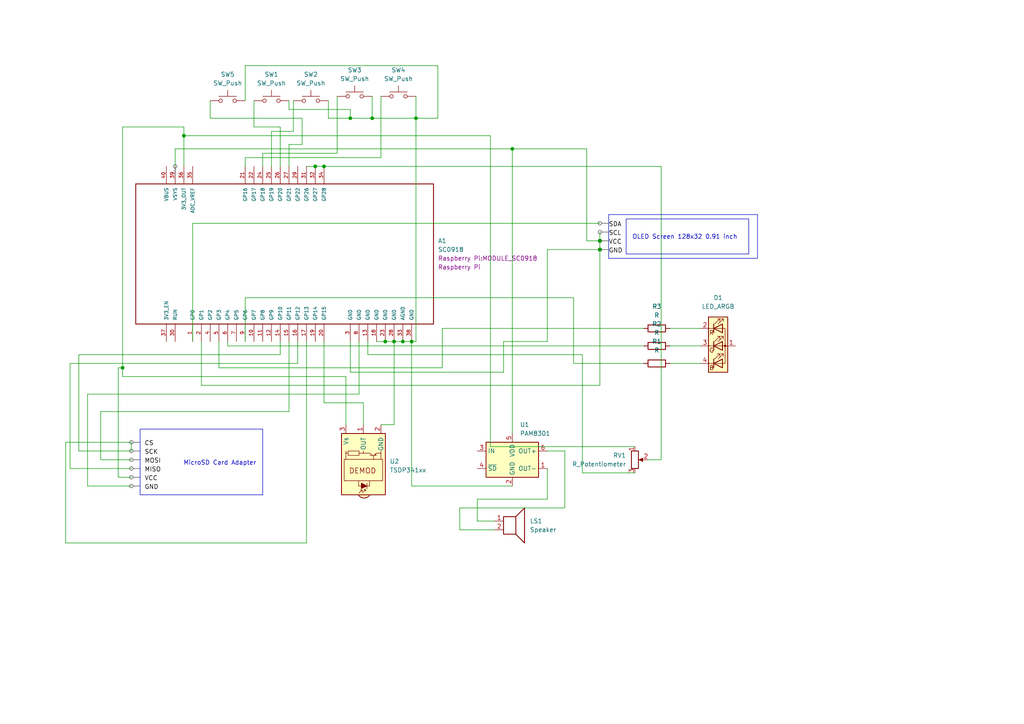
<source format=kicad_sch>
(kicad_sch (version 20231120) (generator "eeschema") (generator_version "8.0")
  (paper "A4")
  (lib_symbols
    (symbol "Amplifier_Audio:PAM8301"
      (property "Reference" "U" (at 6.35 8.89 0))
      (property "Value" "PAM8301" (at 6.35 6.35 0))
      (symbol "PAM8301_0_1"
        (rectangle (start -7.62 5.08) (end 7.62 -5.08) (stroke (width 0.254)) (fill (type background)))
      )
      (symbol "PAM8301_1_1"
        (pin output line (at 10.16 -2.54 180) (length 2.54) (name "OUT-") (number "1"))
        (pin power_in line (at 0 -7.62 90) (length 2.54) (name "GND") (number "2"))
        (pin input line (at -10.16 2.54 0) (length 2.54) (name "IN") (number "3"))
        (pin input line (at -10.16 -2.54 0) (length 2.54) (name "~{SD}") (number "4"))
        (pin power_in line (at 0 7.62 270) (length 2.54) (name "VDD") (number "5"))
        (pin output line (at 10.16 2.54 180) (length 2.54) (name "OUT+") (number "6"))
      )
    )
    (symbol "Device:LED_ARGB" (pin_names (offset 0) hide)
      (property "Reference" "D" (at 0 9.398 0))
      (property "Value" "LED_ARGB" (at 0 -8.89 0))
      (symbol "LED_ARGB_0_0"
        (text "B" (at -1.905 -6.35 0) (effects (font (size 1.27 1.27))))
        (text "G" (at -1.905 -1.27 0) (effects (font (size 1.27 1.27))))
        (text "R" (at -1.905 3.81 0) (effects (font (size 1.27 1.27))))
      )
      (symbol "LED_ARGB_0_1"
        (polyline (pts (xy -1.27 -5.08) (xy -2.54 -5.08)))
        (polyline (pts (xy -1.27 -5.08) (xy 1.27 -5.08)))
        (polyline (pts (xy -1.27 -3.81) (xy -1.27 -6.35)) (stroke (width 0.254)))
        (polyline (pts (xy -1.27 0) (xy -2.54 0)))
        (polyline (pts (xy -1.27 1.27) (xy -1.27 -1.27)) (stroke (width 0.254)))
        (polyline (pts (xy -1.27 5.08) (xy -2.54 5.08)))
        (polyline (pts (xy -1.27 5.08) (xy 1.27 5.08)))
        (polyline (pts (xy -1.27 6.35) (xy -1.27 3.81)) (stroke (width 0.254)))
        (polyline (pts (xy 1.27 0) (xy -1.27 0)))
        (polyline (pts (xy 1.27 0) (xy 2.54 0)))
        (polyline (pts (xy -1.27 1.27) (xy -1.27 -1.27) (xy -1.27 -1.27)))
        (polyline (pts (xy -1.27 6.35) (xy -1.27 3.81) (xy -1.27 3.81)))
        (polyline (pts (xy 1.27 -5.08) (xy 2.032 -5.08) (xy 2.032 5.08) (xy 1.27 5.08)))
        (polyline (pts (xy 1.27 -3.81) (xy 1.27 -6.35) (xy -1.27 -5.08) (xy 1.27 -3.81)) (stroke (width 0.254)))
        (polyline (pts (xy 1.27 1.27) (xy 1.27 -1.27) (xy -1.27 0) (xy 1.27 1.27)) (stroke (width 0.254)))
        (polyline (pts (xy 1.27 6.35) (xy 1.27 3.81) (xy -1.27 5.08) (xy 1.27 6.35)) (stroke (width 0.254)))
        (polyline (pts (xy -1.016 -3.81) (xy 0.508 -2.286) (xy -0.254 -2.286) (xy 0.508 -2.286) (xy 0.508 -3.048)))
        (polyline (pts (xy -1.016 1.27) (xy 0.508 2.794) (xy -0.254 2.794) (xy 0.508 2.794) (xy 0.508 2.032)))
        (polyline (pts (xy -1.016 6.35) (xy 0.508 7.874) (xy -0.254 7.874) (xy 0.508 7.874) (xy 0.508 7.112)))
        (polyline (pts (xy 0 -3.81) (xy 1.524 -2.286) (xy 0.762 -2.286) (xy 1.524 -2.286) (xy 1.524 -3.048)))
        (polyline (pts (xy 0 1.27) (xy 1.524 2.794) (xy 0.762 2.794) (xy 1.524 2.794) (xy 1.524 2.032)))
        (polyline (pts (xy 0 6.35) (xy 1.524 7.874) (xy 0.762 7.874) (xy 1.524 7.874) (xy 1.524 7.112)))
        (rectangle (start 1.27 -1.27) (end 1.27 1.27))
        (rectangle (start 1.27 1.27) (end 1.27 1.27))
        (rectangle (start 1.27 3.81) (end 1.27 6.35))
        (rectangle (start 1.27 6.35) (end 1.27 6.35))
        (circle (center 2.032 0) (radius 0.254) (fill (type outline)))
        (rectangle (start 2.794 8.382) (end -2.794 -7.62) (stroke (width 0.254)) (fill (type background)))
      )
      (symbol "LED_ARGB_1_1"
        (pin passive line (at 5.08 0 180) (length 2.54) (name "A") (number "1"))
        (pin passive line (at -5.08 5.08 0) (length 2.54) (name "RK") (number "2"))
        (pin passive line (at -5.08 0 0) (length 2.54) (name "GK") (number "3"))
        (pin passive line (at -5.08 -5.08 0) (length 2.54) (name "BK") (number "4"))
      )
    )
    (symbol "Device:R" (pin_numbers hide) (pin_names (offset 0))
      (property "Reference" "R" (at 2.032 0 90))
      (property "Value" "R" (at 0 0 90))
      (symbol "R_0_1"
        (rectangle (start -1.016 -2.54) (end 1.016 2.54) (stroke (width 0.254)))
      )
      (symbol "R_1_1"
        (pin passive line (at 0 3.81 270) (length 1.27) (name "~") (number "1"))
        (pin passive line (at 0 -3.81 90) (length 1.27) (name "~") (number "2"))
      )
    )
    (symbol "Device:R_Potentiometer" (pin_names (offset 1.016) hide)
      (property "Reference" "RV" (at -4.445 0 90))
      (property "Value" "R_Potentiometer" (at -2.54 0 90))
      (symbol "R_Potentiometer_0_1"
        (polyline (pts (xy 2.54 0) (xy 1.524 0)))
        (polyline (pts (xy 1.143 0) (xy 2.286 0.508) (xy 2.286 -0.508) (xy 1.143 0)) (fill (type outline)))
        (rectangle (start 1.016 2.54) (end -1.016 -2.54) (stroke (width 0.254)))
      )
      (symbol "R_Potentiometer_1_1"
        (pin passive line (at 0 3.81 270) (length 1.27) (name "1") (number "1"))
        (pin passive line (at 3.81 0 180) (length 1.27) (name "2") (number "2"))
        (pin passive line (at 0 -3.81 90) (length 1.27) (name "3") (number "3"))
      )
    )
    (symbol "Device:Speaker" (pin_names (offset 0) hide)
      (property "Reference" "LS" (at 1.27 5.715 0))
      (property "Value" "Speaker" (at 1.27 3.81 0))
      (symbol "Speaker_0_0"
        (rectangle (start -2.54 1.27) (end 1.016 -3.81) (stroke (width 0.254)))
        (polyline (pts (xy 1.016 1.27) (xy 3.556 3.81) (xy 3.556 -6.35) (xy 1.016 -3.81)) (stroke (width 0.254)))
      )
      (symbol "Speaker_1_1"
        (pin input line (at -5.08 0 0) (length 2.54) (name "1") (number "1"))
        (pin input line (at -5.08 -2.54 0) (length 2.54) (name "2") (number "2"))
      )
    )
    (symbol "Interface_Optical:TSDP341xx" (pin_names (offset 1.016))
      (property "Reference" "U" (at -10.16 7.62 0))
      (property "Value" "TSDP341xx" (at -10.16 -7.62 0))
      (symbol "TSDP341xx_0_0"
        (arc (start -10.287 1.397) (mid -11.0899 -0.1852) (end -10.287 -1.778) (stroke (width 0.254)) (fill (type background)))
        (polyline (pts (xy 1.905 -5.08) (xy 0.127 -5.08)))
        (polyline (pts (xy 1.905 5.08) (xy 0.127 5.08)))
        (text "DEMOD" (at -3.175 0.254 900) (effects (font (size 1.524 1.524))))
      )
      (symbol "TSDP341xx_0_1"
        (rectangle (start -6.096 5.588) (end 0.127 -5.588))
        (polyline (pts (xy -8.763 0.381) (xy -9.652 1.27)))
        (polyline (pts (xy -8.763 0.381) (xy -9.271 0.381)))
        (polyline (pts (xy -8.763 0.381) (xy -8.763 0.889)))
        (polyline (pts (xy -8.636 -0.635) (xy -9.525 0.254)))
        (polyline (pts (xy -8.636 -0.635) (xy -9.144 -0.635)))
        (polyline (pts (xy -8.636 -0.635) (xy -8.636 -0.127)))
        (polyline (pts (xy -8.382 -1.016) (xy -6.731 -1.016)))
        (polyline (pts (xy 1.27 -2.921) (xy 0.127 -2.921)))
        (polyline (pts (xy 1.27 -1.905) (xy 1.27 -3.81)))
        (polyline (pts (xy 1.397 -3.556) (xy 1.524 -3.556)))
        (polyline (pts (xy 1.651 -3.556) (xy 1.524 -3.556)))
        (polyline (pts (xy 1.651 -3.556) (xy 1.651 -3.302)))
        (polyline (pts (xy 1.905 0) (xy 1.905 1.27)))
        (polyline (pts (xy 1.905 4.445) (xy 1.905 5.08) (xy 2.54 5.08)))
        (polyline (pts (xy -8.382 0.635) (xy -6.731 0.635) (xy -7.62 -1.016) (xy -8.382 0.635)) (fill (type outline)))
        (polyline (pts (xy -6.096 1.397) (xy -7.62 1.397) (xy -7.62 -1.778) (xy -6.096 -1.778)))
        (polyline (pts (xy 1.27 -3.175) (xy 1.905 -3.81) (xy 1.905 -5.08) (xy 2.54 -5.08)))
        (polyline (pts (xy 1.27 -2.54) (xy 1.905 -1.905) (xy 1.905 0) (xy 2.54 0)))
        (rectangle (start 2.54 1.27) (end 1.27 4.445))
        (rectangle (start 7.62 6.35) (end -10.16 -6.35) (stroke (width 0.254)) (fill (type background)))
      )
      (symbol "TSDP341xx_1_1"
        (pin output line (at 10.16 0 180) (length 2.54) (name "OUT") (number "1"))
        (pin power_in line (at 10.16 -5.08 180) (length 2.54) (name "GND") (number "2"))
        (pin power_in line (at 10.16 5.08 180) (length 2.54) (name "Vs") (number "3"))
      )
    )
    (symbol "Pico_w:SC0918" (pin_names (offset 1.016))
      (property "Reference" "A1" (at 0 58.42 0))
      (property "Value" "SC0918" (at 0 55.88 0))
      (property "Footprint" "Raspberry Pi:MODULE_SC0918" (at -12.7 -46.99 0))
      (property "manufacturer" "Raspberry Pi" (at 0 53.34 0))
      (symbol "SC0918_0_0"
        (rectangle (start -20.32 -43.18) (end 20.32 43.18) (stroke (width 0.254)))
        (pin bidirectional line (at -25.4 26.67 0) (length 5.08) (name "GP0") (number "1"))
        (pin bidirectional line (at -25.4 8.89 0) (length 5.08) (name "GP7") (number "10"))
        (pin bidirectional line (at -25.4 6.35 0) (length 5.08) (name "GP8") (number "11"))
        (pin bidirectional line (at -25.4 3.81 0) (length 5.08) (name "GP9") (number "12"))
        (pin power_in line (at -25.4 -24.13 0) (length 5.08) (name "GND") (number "13"))
        (pin bidirectional line (at -25.4 1.27 0) (length 5.08) (name "GP10") (number "14"))
        (pin bidirectional line (at -25.4 -1.27 0) (length 5.08) (name "GP11") (number "15"))
        (pin bidirectional line (at -25.4 -3.81 0) (length 5.08) (name "GP12") (number "16"))
        (pin bidirectional line (at -25.4 -6.35 0) (length 5.08) (name "GP13") (number "17"))
        (pin power_in line (at -25.4 -26.67 0) (length 5.08) (name "GND") (number "18"))
        (pin bidirectional line (at -25.4 -8.89 0) (length 5.08) (name "GP14") (number "19"))
        (pin bidirectional line (at -25.4 24.13 0) (length 5.08) (name "GP1") (number "2"))
        (pin bidirectional line (at -25.4 -11.43 0) (length 5.08) (name "GP15") (number "20"))
        (pin bidirectional line (at 25.4 11.43 180) (length 5.08) (name "GP16") (number "21"))
        (pin bidirectional line (at 25.4 8.89 180) (length 5.08) (name "GP17") (number "22"))
        (pin power_in line (at -25.4 -29.21 0) (length 5.08) (name "GND") (number "23"))
        (pin bidirectional line (at 25.4 6.35 180) (length 5.08) (name "GP18") (number "24"))
        (pin bidirectional line (at 25.4 3.81 180) (length 5.08) (name "GP19") (number "25"))
        (pin bidirectional line (at 25.4 1.27 180) (length 5.08) (name "GP20") (number "26"))
        (pin bidirectional line (at 25.4 -1.27 180) (length 5.08) (name "GP21") (number "27"))
        (pin power_in line (at -25.4 -31.75 0) (length 5.08) (name "GND") (number "28"))
        (pin bidirectional line (at 25.4 -3.81 180) (length 5.08) (name "GP22") (number "29"))
        (pin power_in line (at -25.4 -19.05 0) (length 5.08) (name "GND") (number "3"))
        (pin input line (at -25.4 31.75 0) (length 5.08) (name "RUN") (number "30"))
        (pin bidirectional line (at 25.4 -6.35 180) (length 5.08) (name "GP26") (number "31"))
        (pin bidirectional line (at 25.4 -8.89 180) (length 5.08) (name "GP27") (number "32"))
        (pin power_in line (at -25.4 -34.29 0) (length 5.08) (name "AGND") (number "33"))
        (pin bidirectional line (at 25.4 -11.43 180) (length 5.08) (name "GP28") (number "34"))
        (pin power_in line (at 25.4 26.67 180) (length 5.08) (name "ADC_VREF") (number "35"))
        (pin power_in line (at 25.4 29.21 180) (length 5.08) (name "3V3_OUT") (number "36"))
        (pin input line (at -25.4 34.29 0) (length 5.08) (name "3V3_EN") (number "37"))
        (pin power_in line (at -25.4 -36.83 0) (length 5.08) (name "GND") (number "38"))
        (pin free line (at 25.4 31.75 180) (length 5.08) (name "VSYS") (number "39"))
        (pin bidirectional line (at -25.4 21.59 0) (length 5.08) (name "GP2") (number "4"))
        (pin free line (at 25.4 34.29 180) (length 5.08) (name "VBUS") (number "40"))
        (pin bidirectional line (at -25.4 19.05 0) (length 5.08) (name "GP3") (number "5"))
        (pin bidirectional line (at -25.4 16.51 0) (length 5.08) (name "GP4") (number "6"))
        (pin bidirectional line (at -25.4 13.97 0) (length 5.08) (name "GP5") (number "7"))
        (pin power_in line (at -25.4 -21.59 0) (length 5.08) (name "GND") (number "8"))
        (pin bidirectional line (at -25.4 11.43 0) (length 5.08) (name "GP6") (number "9"))
      )
    )
    (symbol "Switch:SW_Push" (pin_numbers hide) (pin_names (offset 1.016) hide)
      (property "Reference" "SW" (at 1.27 2.54 0))
      (property "Value" "SW_Push" (at 0 -1.524 0))
      (symbol "SW_Push_0_1"
        (circle (center -2.032 0) (radius 0.508))
        (polyline (pts (xy 0 1.27) (xy 0 3.048)))
        (polyline (pts (xy 2.54 1.27) (xy -2.54 1.27)))
        (circle (center 2.032 0) (radius 0.508))
        (pin passive line (at -5.08 0 0) (length 2.54) (name "1") (number "1"))
        (pin passive line (at 5.08 0 180) (length 2.54) (name "2") (number "2"))
      )
    )
  )
  (junction (at 116.84 99.06))
  (junction (at 120.65 34.29))
  (junction (at 111.76 99.06))
  (junction (at 148.59 43.18))
  (junction (at 114.3 99.06))
  (junction (at 119.38 99.06))
  (junction (at 91.44 48.26))
  (junction (at 101.6 34.29))
  (junction (at 107.95 34.29))
  (junction (at 93.98 48.26))
  (junction (at 173.99 72.39))
  (junction (at 35.56 106.68))
  (junction (at 53.34 39.37))
  (junction (at 173.99 69.85))
  (wire (pts (xy 148.59 43.18) (xy 50.8 43.18)))
  (wire (pts (xy 107.95 27.94) (xy 107.95 34.29)))
  (wire (pts (xy 78.74 38.1) (xy 78.74 48.26)))
  (wire (pts (xy 88.9 48.26) (xy 91.44 48.26)))
  (wire (pts (xy 25.4 140.97) (xy 25.4 114.3)))
  (wire (pts (xy 38.1 130.81) (xy 38.1 128.27)))
  (wire (pts (xy 87.63 34.29) (xy 87.63 41.91)))
  (wire (pts (xy 100.33 123.19) (xy 100.33 109.22)))
  (wire (pts (xy 73.66 36.83) (xy 81.28 36.83)))
  (wire (pts (xy 128.27 106.68) (xy 63.5 106.68)))
  (wire (pts (xy 19.05 128.27) (xy 19.05 157.48)))
  (wire (pts (xy 109.22 99.06) (xy 111.76 99.06)))
  (wire (pts (xy 63.5 106.68) (xy 63.5 99.06)))
  (wire (pts (xy 85.09 38.1) (xy 78.74 38.1)))
  (wire (pts (xy 138.43 151.13) (xy 143.51 151.13)))
  (wire (pts (xy 173.99 111.76) (xy 58.42 111.76)))
  (wire (pts (xy 87.63 41.91) (xy 83.82 41.91)))
  (wire (pts (xy 158.75 72.39) (xy 158.75 99.06)))
  (wire (pts (xy 22.86 102.87) (xy 81.28 102.87)))
  (wire (pts (xy 146.05 107.95) (xy 101.6 107.95)))
  (wire (pts (xy 66.04 99.06) (xy 66.04 100.33)))
  (wire (pts (xy 163.83 130.81) (xy 163.83 147.32)))
  (wire (pts (xy 191.77 48.26) (xy 191.77 133.35)))
  (wire (pts (xy 71.12 29.21) (xy 71.12 19.05)))
  (wire (pts (xy 73.66 29.21) (xy 73.66 36.83)))
  (wire (pts (xy 158.75 99.06) (xy 146.05 99.06)))
  (wire (pts (xy 128.27 95.25) (xy 128.27 106.68)))
  (wire (pts (xy 173.99 72.39) (xy 158.75 72.39)))
  (wire (pts (xy 85.09 29.21) (xy 85.09 38.1)))
  (wire (pts (xy 104.14 114.3) (xy 104.14 99.06)))
  (wire (pts (xy 186.69 105.41) (xy 166.37 105.41)))
  (wire (pts (xy 138.43 144.78) (xy 138.43 151.13)))
  (wire (pts (xy 166.37 86.36) (xy 71.12 86.36)))
  (wire (pts (xy 60.96 29.21) (xy 60.96 34.29)))
  (wire (pts (xy 170.18 69.85) (xy 173.99 69.85)))
  (wire (pts (xy 25.4 114.3) (xy 104.14 114.3)))
  (wire (pts (xy 34.29 106.68) (xy 35.56 106.68)))
  (wire (pts (xy 76.2 44.45) (xy 76.2 48.26)))
  (wire (pts (xy 120.65 34.29) (xy 120.65 99.06)))
  (wire (pts (xy 66.04 100.33) (xy 186.69 100.33)))
  (wire (pts (xy 100.33 109.22) (xy 35.56 109.22)))
  (wire (pts (xy 114.3 123.19) (xy 114.3 99.06)))
  (wire (pts (xy 53.34 36.83) (xy 53.34 39.37)))
  (wire (pts (xy 194.31 100.33) (xy 203.2 100.33)))
  (wire (pts (xy 166.37 105.41) (xy 166.37 86.36)))
  (wire (pts (xy 97.79 27.94) (xy 97.79 44.45)))
  (wire (pts (xy 81.28 102.87) (xy 81.28 99.06)))
  (wire (pts (xy 55.88 64.77) (xy 55.88 99.06)))
  (wire (pts (xy 119.38 140.97) (xy 119.38 99.06)))
  (wire (pts (xy 83.82 41.91) (xy 83.82 48.26)))
  (wire (pts (xy 127 34.29) (xy 120.65 34.29)))
  (wire (pts (xy 38.1 140.97) (xy 25.4 140.97)))
  (wire (pts (xy 170.18 43.18) (xy 148.59 43.18)))
  (wire (pts (xy 38.1 128.27) (xy 19.05 128.27)))
  (wire (pts (xy 81.28 36.83) (xy 81.28 48.26)))
  (wire (pts (xy 20.32 135.89) (xy 20.32 105.41)))
  (wire (pts (xy 93.98 116.84) (xy 105.41 116.84)))
  (wire (pts (xy 170.18 69.85) (xy 170.18 43.18)))
  (wire (pts (xy 35.56 106.68) (xy 35.56 36.83)))
  (wire (pts (xy 29.21 133.35) (xy 29.21 119.38)))
  (wire (pts (xy 142.24 39.37) (xy 53.34 39.37)))
  (wire (pts (xy 111.76 99.06) (xy 114.3 99.06)))
  (wire (pts (xy 58.42 99.06) (xy 58.42 111.76)))
  (wire (pts (xy 184.15 137.16) (xy 168.91 137.16)))
  (wire (pts (xy 50.8 43.18) (xy 50.8 48.26)))
  (wire (pts (xy 97.79 44.45) (xy 76.2 44.45)))
  (wire (pts (xy 116.84 99.06) (xy 119.38 99.06)))
  (wire (pts (xy 35.56 109.22) (xy 35.56 106.68)))
  (wire (pts (xy 146.05 99.06) (xy 146.05 107.95)))
  (wire (pts (xy 168.91 137.16) (xy 168.91 102.87)))
  (wire (pts (xy 163.83 147.32) (xy 133.35 147.32)))
  (wire (pts (xy 173.99 67.31) (xy 173.99 69.85)))
  (wire (pts (xy 71.12 19.05) (xy 127 19.05)))
  (wire (pts (xy 168.91 102.87) (xy 106.68 102.87)))
  (wire (pts (xy 133.35 153.67) (xy 143.51 153.67)))
  (wire (pts (xy 101.6 107.95) (xy 101.6 99.06)))
  (wire (pts (xy 184.15 129.54) (xy 142.24 129.54)))
  (wire (pts (xy 186.69 95.25) (xy 128.27 95.25)))
  (wire (pts (xy 29.21 119.38) (xy 83.82 119.38)))
  (wire (pts (xy 101.6 34.29) (xy 107.95 34.29)))
  (wire (pts (xy 133.35 147.32) (xy 133.35 153.67)))
  (wire (pts (xy 110.49 45.72) (xy 71.12 45.72)))
  (wire (pts (xy 107.95 34.29) (xy 120.65 34.29)))
  (wire (pts (xy 71.12 86.36) (xy 71.12 99.06)))
  (wire (pts (xy 173.99 69.85) (xy 173.99 72.39)))
  (wire (pts (xy 93.98 99.06) (xy 93.98 116.84)))
  (wire (pts (xy 110.49 123.19) (xy 114.3 123.19)))
  (wire (pts (xy 114.3 99.06) (xy 116.84 99.06)))
  (wire (pts (xy 38.1 133.35) (xy 29.21 133.35)))
  (wire (pts (xy 120.65 27.94) (xy 120.65 34.29)))
  (wire (pts (xy 19.05 157.48) (xy 88.9 157.48)))
  (wire (pts (xy 38.1 138.43) (xy 34.29 138.43)))
  (wire (pts (xy 173.99 64.77) (xy 55.88 64.77)))
  (wire (pts (xy 158.75 135.89) (xy 158.75 144.78)))
  (wire (pts (xy 119.38 99.06) (xy 120.65 99.06)))
  (wire (pts (xy 106.68 102.87) (xy 106.68 99.06)))
  (wire (pts (xy 93.98 48.26) (xy 191.77 48.26)))
  (wire (pts (xy 158.75 130.81) (xy 163.83 130.81)))
  (wire (pts (xy 191.77 133.35) (xy 187.96 133.35)))
  (wire (pts (xy 105.41 116.84) (xy 105.41 123.19)))
  (wire (pts (xy 71.12 45.72) (xy 71.12 48.26)))
  (wire (pts (xy 60.96 34.29) (xy 87.63 34.29)))
  (wire (pts (xy 20.32 105.41) (xy 86.36 105.41)))
  (wire (pts (xy 110.49 27.94) (xy 110.49 45.72)))
  (wire (pts (xy 142.24 129.54) (xy 142.24 39.37)))
  (wire (pts (xy 38.1 135.89) (xy 20.32 135.89)))
  (wire (pts (xy 101.6 31.75) (xy 101.6 34.29)))
  (wire (pts (xy 83.82 119.38) (xy 83.82 99.06)))
  (wire (pts (xy 83.82 31.75) (xy 101.6 31.75)))
  (wire (pts (xy 34.29 138.43) (xy 34.29 106.68)))
  (wire (pts (xy 88.9 157.48) (xy 88.9 99.06)))
  (wire (pts (xy 148.59 43.18) (xy 148.59 125.73)))
  (wire (pts (xy 22.86 130.81) (xy 22.86 102.87)))
  (wire (pts (xy 127 19.05) (xy 127 34.29)))
  (wire (pts (xy 194.31 95.25) (xy 203.2 95.25)))
  (wire (pts (xy 53.34 39.37) (xy 53.34 48.26)))
  (wire (pts (xy 148.59 140.97) (xy 119.38 140.97)))
  (wire (pts (xy 194.31 105.41) (xy 203.2 105.41)))
  (wire (pts (xy 173.99 72.39) (xy 173.99 111.76)))
  (wire (pts (xy 158.75 144.78) (xy 138.43 144.78)))
  (wire (pts (xy 91.44 48.26) (xy 93.98 48.26)))
  (wire (pts (xy 35.56 36.83) (xy 53.34 36.83)))
  (wire (pts (xy 95.25 34.29) (xy 101.6 34.29)))
  (wire (pts (xy 95.25 29.21) (xy 95.25 34.29)))
  (wire (pts (xy 86.36 99.06) (xy 86.36 105.41)))
  (wire (pts (xy 83.82 29.21) (xy 83.82 31.75)))
  (wire (pts (xy 38.1 130.81) (xy 22.86 130.81)))
  (rectangle (start 40.64 124.46) (end 76.2 143.51))
  (rectangle (start 176.53 62.23) (end 219.71 74.93))
  (rectangle (start 181.61 63.5) (end 217.17 73.66))
  (text "OLED Screen 128x32 0.91 inch\n" (at 198.628 68.834 0) (effects (font (size 1.27 1.27))))
  (text "MicroSD Card Adapter\n" (at 63.754 134.366 0) (effects (font (size 1.27 1.27))))
  (label "GND" (at 176.53 73.66 0))
  (label "VCC" (at 176.53 71.12 0))
  (label "MISO" (at 41.91 137.16 0))
  (label "SCL" (at 176.53 68.58 0))
  (label "GND" (at 41.91 142.24 0))
  (label "VCC" (at 41.91 139.7 0))
  (label "SDA" (at 176.53 66.04 0))
  (label "CS" (at 41.91 129.54 0))
  (label "SCK" (at 41.91 132.08 0))
  (label "MOSI" (at 41.91 134.62 0))
  (netclass_flag "" (length 2.54) (shape round) (at 176.53 69.85 90))
  (netclass_flag "" (length 2.54) (shape round) (at 40.64 130.81 90))
  (netclass_flag "" (length 2.54) (shape round) (at 40.64 135.89 90))
  (netclass_flag "" (length 2.54) (shape round) (at 40.64 140.97 90))
  (netclass_flag "" (length 2.54) (shape round) (at 176.53 64.77 90))
  (netclass_flag "" (length 2.54) (shape round) (at 40.64 128.27 90))
  (netclass_flag "" (length 2.54) (shape round) (at 50.8 50.8 0))
  (netclass_flag "" (length 2.54) (shape round) (at 176.53 72.39 90))
  (netclass_flag "" (length 2.54) (shape round) (at 40.64 138.43 90))
  (netclass_flag "" (length 2.54) (shape round) (at 176.53 67.31 90))
  (netclass_flag "" (length 2.54) (shape round) (at 40.64 133.35 90))
  (symbol (lib_id "Pico_w:SC0918") (at 82.55 73.66 90) (unit 1)
    (property "Reference" "A1" (at 127 69.8499 90) (effects (justify right)))
    (property "Value" "SC0918" (at 127 72.3899 90) (effects (justify right)))
    (property "Footprint" "Raspberry Pi:MODULE_SC0918" (at 127 74.9299 90) (effects (justify right)))
    (property "Datasheet" "https://datasheets.raspberrypi.com/picow/pico-w-datasheet.pdf" (effects (hide yes)))
    (property "manufacturer" "Raspberry Pi" (at 127 77.4699 90) (effects (justify right)))
    (property "P/N" "SC0918" (effects (hide yes)))
    (property "PARTREV" "1.6" (effects (hide yes)))
    (property "MAXIMUM_PACKAGE_HEIGHT" "3.73mm" (effects (hide yes)))
  )
  (symbol (lib_id "Switch:SW_Push") (at 115.57 27.94 0) (unit 1)
    (property "Reference" "SW4" (at 115.57 20.32 0))
    (property "Value" "SW_Push" (at 115.57 22.86 0))
    (property "Description" "Push button switch, generic, two pins" (effects (hide yes)))
  )
  (symbol (lib_id "Switch:SW_Push") (at 66.04 29.21 0) (unit 1)
    (property "Reference" "SW5" (at 66.04 21.59 0))
    (property "Value" "SW_Push" (at 66.04 24.13 0))
    (property "Description" "Push button switch, generic, two pins" (effects (hide yes)))
  )
  (symbol (lib_id "Amplifier_Audio:PAM8301") (at 148.59 133.35 0) (unit 1)
    (property "Reference" "U1" (at 150.7841 123.19 0) (effects (justify left)))
    (property "Value" "PAM8301" (at 150.7841 125.73 0) (effects (justify left)))
    (property "Footprint" "Package_TO_SOT_SMD:SOT-23-6" (effects (hide yes)))
    (property "Datasheet" "https://www.diodes.com/assets/Datasheets/products_inactive_data/PAM8301.pdf" (effects (hide yes)))
    (property "Description" "Filterless Class-D Mono Audio Amplifier, 1.5W, TSOT-26" (effects (hide yes)))
  )
  (symbol (lib_id "Interface_Optical:TSDP341xx") (at 105.41 133.35 90) (unit 1)
    (property "Reference" "U2" (at 113.03 133.8148 90) (effects (justify right)))
    (property "Value" "TSDP341xx" (at 113.03 136.3548 90) (effects (justify right)))
    (property "Footprint" "OptoDevice:Vishay_MOLD-3Pin" (effects (hide yes)))
    (property "Datasheet" "http://www.vishay.com/docs/82667/tsdp341.pdf" (effects (hide yes)))
    (property "Description" "IR Receiver Modules for Data Transmission" (effects (hide yes)))
  )
  (symbol (lib_id "Device:R") (at 190.5 100.33 90) (unit 1)
    (property "Reference" "R2" (at 190.5 93.98 90))
    (property "Value" "R" (at 190.5 96.52 90))
    (property "Description" "Resistor" (effects (hide yes)))
  )
  (symbol (lib_id "Switch:SW_Push") (at 78.74 29.21 0) (unit 1)
    (property "Reference" "SW1" (at 78.74 21.59 0))
    (property "Value" "SW_Push" (at 78.74 24.13 0))
    (property "Description" "Push button switch, generic, two pins" (effects (hide yes)))
  )
  (symbol (lib_id "Device:R_Potentiometer") (at 184.15 133.35 0) (unit 1)
    (property "Reference" "RV1" (at 181.61 132.0799 0) (effects (justify right)))
    (property "Value" "R_Potentiometer" (at 181.61 134.6199 0) (effects (justify right)))
    (property "Description" "Potentiometer" (effects (hide yes)))
  )
  (symbol (lib_id "Device:LED_ARGB") (at 208.28 100.33 0) (unit 1)
    (property "Reference" "D1" (at 208.28 86.36 0))
    (property "Value" "LED_ARGB" (at 208.28 88.9 0))
    (property "Description" "RGB LED, anode/red/green/blue" (effects (hide yes)))
  )
  (symbol (lib_id "Device:R") (at 190.5 105.41 90) (unit 1)
    (property "Reference" "R1" (at 190.5 99.06 90))
    (property "Value" "R" (at 190.5 101.6 90))
    (property "Description" "Resistor" (effects (hide yes)))
  )
  (symbol (lib_id "Device:Speaker") (at 148.59 151.13 0) (unit 1)
    (property "Reference" "LS1" (at 153.67 151.1299 0) (effects (justify left)))
    (property "Value" "Speaker" (at 153.67 153.6699 0) (effects (justify left)))
    (property "Description" "Speaker" (effects (hide yes)))
  )
  (symbol (lib_id "Device:R") (at 190.5 95.25 90) (unit 1)
    (property "Reference" "R3" (at 190.5 88.9 90))
    (property "Value" "R" (at 190.5 91.44 90))
    (property "Description" "Resistor" (effects (hide yes)))
  )
  (symbol (lib_id "Switch:SW_Push") (at 102.87 27.94 0) (unit 1)
    (property "Reference" "SW3" (at 102.87 20.32 0))
    (property "Value" "SW_Push" (at 102.87 22.86 0))
    (property "Description" "Push button switch, generic, two pins" (effects (hide yes)))
  )
  (symbol (lib_id "Switch:SW_Push") (at 90.17 29.21 0) (unit 1)
    (property "Reference" "SW2" (at 90.17 21.59 0))
    (property "Value" "SW_Push" (at 90.17 24.13 0))
    (property "Description" "Push button switch, generic, two pins" (effects (hide yes)))
  )
)
</source>
